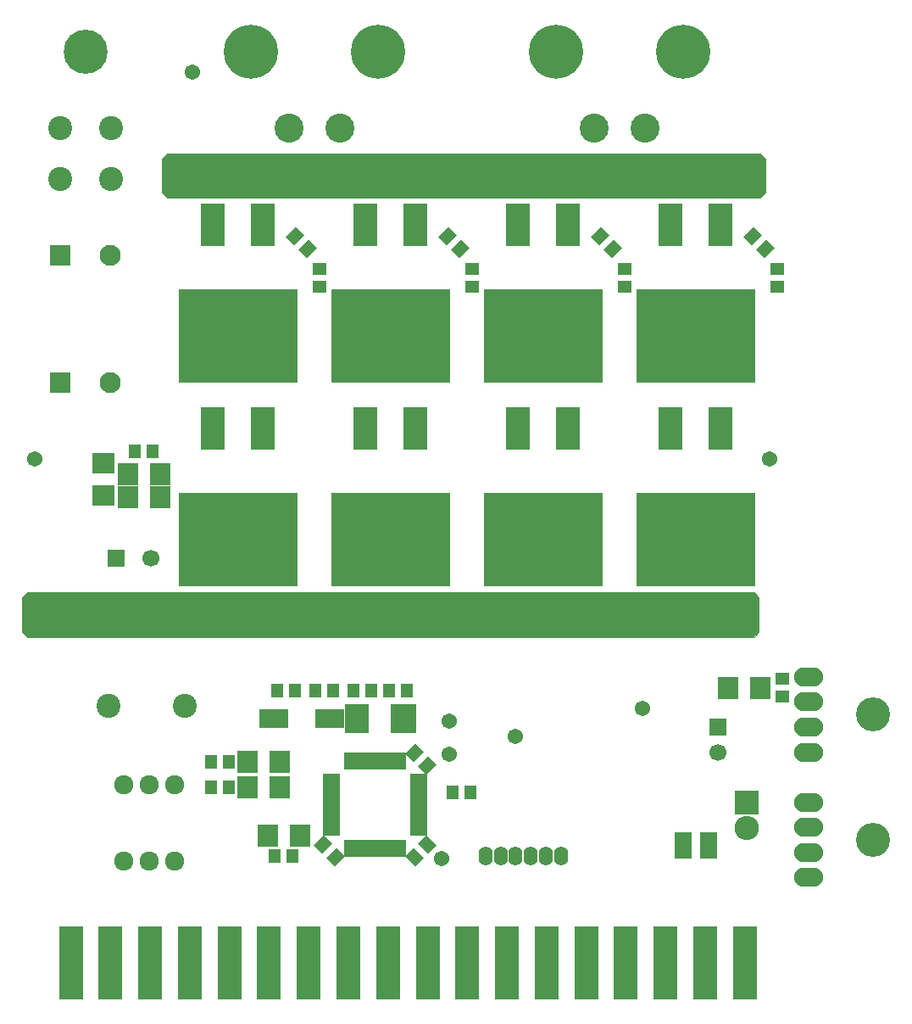
<source format=gbr>
G04 #@! TF.FileFunction,Soldermask,Top*
%FSLAX46Y46*%
G04 Gerber Fmt 4.6, Leading zero omitted, Abs format (unit mm)*
G04 Created by KiCad (PCBNEW 4.0.3-stable) date 09/16/16 16:21:31*
%MOMM*%
%LPD*%
G01*
G04 APERTURE LIST*
%ADD10C,0.100000*%
%ADD11R,3.000000X1.900000*%
%ADD12R,0.650000X1.700000*%
%ADD13R,1.700000X0.650000*%
%ADD14C,1.700000*%
%ADD15R,1.700000X1.700000*%
%ADD16O,2.900000X1.900000*%
%ADD17C,3.400000*%
%ADD18R,2.398980X4.199840*%
%ADD19R,11.901120X9.399220*%
%ADD20R,2.000000X2.200000*%
%ADD21R,2.432000X2.432000*%
%ADD22O,2.432000X2.432000*%
%ADD23C,2.400000*%
%ADD24C,4.400000*%
%ADD25R,2.600000X3.000000*%
%ADD26R,2.400000X3.000000*%
%ADD27R,1.200000X1.400000*%
%ADD28R,1.400000X1.200000*%
%ADD29C,2.900000*%
%ADD30C,5.400000*%
%ADD31R,2.200000X2.000000*%
%ADD32R,2.400000X7.400000*%
%ADD33R,1.670000X1.365200*%
%ADD34O,1.400000X1.924000*%
%ADD35C,1.924000*%
%ADD36C,2.100000*%
%ADD37R,2.100000X2.100000*%
%ADD38C,1.543000*%
%ADD39C,0.026000*%
G04 APERTURE END LIST*
D10*
D11*
X36570000Y-71628000D03*
X42170000Y-71628000D03*
D12*
X49486000Y-75914000D03*
X48986000Y-75914000D03*
X48486000Y-75914000D03*
X47986000Y-75914000D03*
X47486000Y-75914000D03*
X46986000Y-75914000D03*
X46486000Y-75914000D03*
X45986000Y-75914000D03*
X45486000Y-75914000D03*
X44986000Y-75914000D03*
X44486000Y-75914000D03*
X43986000Y-75914000D03*
D13*
X42386000Y-77514000D03*
X42386000Y-78014000D03*
X42386000Y-78514000D03*
X42386000Y-79014000D03*
X42386000Y-79514000D03*
X42386000Y-80014000D03*
X42386000Y-80514000D03*
X42386000Y-81014000D03*
X42386000Y-81514000D03*
X42386000Y-82014000D03*
X42386000Y-82514000D03*
X42386000Y-83014000D03*
D12*
X43986000Y-84614000D03*
X44486000Y-84614000D03*
X44986000Y-84614000D03*
X45486000Y-84614000D03*
X45986000Y-84614000D03*
X46486000Y-84614000D03*
X46986000Y-84614000D03*
X47486000Y-84614000D03*
X47986000Y-84614000D03*
X48486000Y-84614000D03*
X48986000Y-84614000D03*
X49486000Y-84614000D03*
D13*
X51086000Y-83014000D03*
X51086000Y-82514000D03*
X51086000Y-82014000D03*
X51086000Y-81514000D03*
X51086000Y-81014000D03*
X51086000Y-80514000D03*
X51086000Y-80014000D03*
X51086000Y-79514000D03*
X51086000Y-79014000D03*
X51086000Y-78514000D03*
X51086000Y-78014000D03*
X51086000Y-77514000D03*
D14*
X81000000Y-75000000D03*
D15*
X81000000Y-72500000D03*
D16*
X90000000Y-87500000D03*
X90000000Y-85000000D03*
X90000000Y-82500000D03*
X90000000Y-80000000D03*
D17*
X96500000Y-83750000D03*
D18*
X65999360Y-42710100D03*
X61000640Y-42710100D03*
D19*
X63500000Y-53809900D03*
D18*
X35519360Y-42710100D03*
X30520640Y-42710100D03*
D19*
X33020000Y-53809900D03*
D20*
X37160000Y-78486000D03*
X33960000Y-78486000D03*
D21*
X83820000Y-80010000D03*
D22*
X83820000Y-82550000D03*
D18*
X50759360Y-42710100D03*
X45760640Y-42710100D03*
D19*
X48260000Y-53809900D03*
D18*
X50759360Y-22390100D03*
X45760640Y-22390100D03*
D19*
X48260000Y-33489900D03*
D18*
X35519360Y-22390100D03*
X30520640Y-22390100D03*
D19*
X33020000Y-33489900D03*
D18*
X81239360Y-42710100D03*
X76240640Y-42710100D03*
D19*
X78740000Y-53809900D03*
D18*
X81239360Y-22390100D03*
X76240640Y-22390100D03*
D19*
X78740000Y-33489900D03*
D18*
X65999360Y-22390100D03*
X61000640Y-22390100D03*
D19*
X63500000Y-33489900D03*
D23*
X20320000Y-12700000D03*
X20320000Y-17780000D03*
X15240000Y-12700000D03*
X15240000Y-17780000D03*
D24*
X17780000Y-5080000D03*
D20*
X22022000Y-49530000D03*
X25222000Y-49530000D03*
X22022000Y-47244000D03*
X25222000Y-47244000D03*
D25*
X49544000Y-71628000D03*
D26*
X44944000Y-71628000D03*
D27*
X36946000Y-68834000D03*
X38746000Y-68834000D03*
X49922000Y-68834000D03*
X48122000Y-68834000D03*
X44566000Y-68834000D03*
X46366000Y-68834000D03*
D10*
G36*
X50742315Y-86391635D02*
X49752365Y-85401685D01*
X50600893Y-84553157D01*
X51590843Y-85543107D01*
X50742315Y-86391635D01*
X50742315Y-86391635D01*
G37*
G36*
X52015107Y-85118843D02*
X51025157Y-84128893D01*
X51873685Y-83280365D01*
X52863635Y-84270315D01*
X52015107Y-85118843D01*
X52015107Y-85118843D01*
G37*
G36*
X40608365Y-84270315D02*
X41598315Y-83280365D01*
X42446843Y-84128893D01*
X41456893Y-85118843D01*
X40608365Y-84270315D01*
X40608365Y-84270315D01*
G37*
G36*
X41881157Y-85543107D02*
X42871107Y-84553157D01*
X43719635Y-85401685D01*
X42729685Y-86391635D01*
X41881157Y-85543107D01*
X41881157Y-85543107D01*
G37*
D27*
X40756000Y-68834000D03*
X42556000Y-68834000D03*
X56272000Y-78994000D03*
X54472000Y-78994000D03*
X32142000Y-78486000D03*
X30342000Y-78486000D03*
D28*
X56388000Y-26786000D03*
X56388000Y-28586000D03*
X41148000Y-26786000D03*
X41148000Y-28586000D03*
X86868000Y-26786000D03*
X86868000Y-28586000D03*
X71628000Y-26786000D03*
X71628000Y-28586000D03*
D10*
G36*
X52863635Y-76257685D02*
X51873685Y-77247635D01*
X51025157Y-76399107D01*
X52015107Y-75409157D01*
X52863635Y-76257685D01*
X52863635Y-76257685D01*
G37*
G36*
X51590843Y-74984893D02*
X50600893Y-75974843D01*
X49752365Y-75126315D01*
X50742315Y-74136365D01*
X51590843Y-74984893D01*
X51590843Y-74984893D01*
G37*
G36*
X56165635Y-24695685D02*
X55175685Y-25685635D01*
X54327157Y-24837107D01*
X55317107Y-23847157D01*
X56165635Y-24695685D01*
X56165635Y-24695685D01*
G37*
G36*
X54892843Y-23422893D02*
X53902893Y-24412843D01*
X53054365Y-23564315D01*
X54044315Y-22574365D01*
X54892843Y-23422893D01*
X54892843Y-23422893D01*
G37*
G36*
X40925635Y-24695685D02*
X39935685Y-25685635D01*
X39087157Y-24837107D01*
X40077107Y-23847157D01*
X40925635Y-24695685D01*
X40925635Y-24695685D01*
G37*
G36*
X39652843Y-23422893D02*
X38662893Y-24412843D01*
X37814365Y-23564315D01*
X38804315Y-22574365D01*
X39652843Y-23422893D01*
X39652843Y-23422893D01*
G37*
G36*
X86645635Y-24695685D02*
X85655685Y-25685635D01*
X84807157Y-24837107D01*
X85797107Y-23847157D01*
X86645635Y-24695685D01*
X86645635Y-24695685D01*
G37*
G36*
X85372843Y-23422893D02*
X84382893Y-24412843D01*
X83534365Y-23564315D01*
X84524315Y-22574365D01*
X85372843Y-23422893D01*
X85372843Y-23422893D01*
G37*
G36*
X71405635Y-24695685D02*
X70415685Y-25685635D01*
X69567157Y-24837107D01*
X70557107Y-23847157D01*
X71405635Y-24695685D01*
X71405635Y-24695685D01*
G37*
G36*
X70132843Y-23422893D02*
X69142893Y-24412843D01*
X68294365Y-23564315D01*
X69284315Y-22574365D01*
X70132843Y-23422893D01*
X70132843Y-23422893D01*
G37*
D29*
X43180000Y-12700000D03*
X38100000Y-12700000D03*
D30*
X46990000Y-5080000D03*
X34290000Y-5080000D03*
D29*
X73660000Y-12700000D03*
X68580000Y-12700000D03*
D30*
X77470000Y-5080000D03*
X64770000Y-5080000D03*
D16*
X90000000Y-75000000D03*
X90000000Y-72500000D03*
X90000000Y-70000000D03*
X90000000Y-67500000D03*
D17*
X96500000Y-71250000D03*
D20*
X39192000Y-83312000D03*
X35992000Y-83312000D03*
X81966000Y-68580000D03*
X85166000Y-68580000D03*
D31*
X19558000Y-49352000D03*
X19558000Y-46152000D03*
D27*
X36692000Y-85344000D03*
X38492000Y-85344000D03*
D28*
X87376000Y-67680000D03*
X87376000Y-69480000D03*
D27*
X22722000Y-44958000D03*
X24522000Y-44958000D03*
D32*
X16340000Y-96000000D03*
X20300000Y-96000000D03*
X24260000Y-96000000D03*
X28220000Y-96000000D03*
X32180000Y-96000000D03*
X36140000Y-96000000D03*
X40100000Y-96000000D03*
X44060000Y-96000000D03*
X48020000Y-96000000D03*
X51980000Y-96000000D03*
X55940000Y-96000000D03*
X59900000Y-96000000D03*
X63860000Y-96000000D03*
X67820000Y-96000000D03*
X71780000Y-96000000D03*
X75740000Y-96000000D03*
X79700000Y-96000000D03*
X83660000Y-96000000D03*
D33*
X77470000Y-83693000D03*
X77470000Y-84963000D03*
X80010000Y-83693000D03*
X80010000Y-84963000D03*
D34*
X65278000Y-85344000D03*
X63778000Y-85344000D03*
X62278000Y-85344000D03*
X60778000Y-85344000D03*
X59278000Y-85344000D03*
X57778000Y-85344000D03*
D35*
X26670000Y-78232000D03*
X24130000Y-78232000D03*
X21590000Y-78232000D03*
X21590000Y-85852000D03*
X24130000Y-85852000D03*
X26670000Y-85852000D03*
D36*
X20240000Y-25400000D03*
D37*
X15240000Y-25400000D03*
D36*
X20240000Y-38100000D03*
D37*
X15240000Y-38100000D03*
D14*
X24328000Y-55626000D03*
D15*
X20828000Y-55626000D03*
D38*
X54102000Y-71882000D03*
X60706000Y-73406000D03*
X73406000Y-70612000D03*
X53340000Y-85598000D03*
X54102000Y-75184000D03*
X12700000Y-45720000D03*
X28448000Y-7112000D03*
X86106000Y-45720000D03*
D23*
X20076160Y-70358000D03*
X27675840Y-70358000D03*
D20*
X37160000Y-75946000D03*
X33960000Y-75946000D03*
D27*
X32142000Y-75946000D03*
X30342000Y-75946000D03*
D39*
G36*
X85712000Y-15745384D02*
X85712000Y-19179616D01*
X85219616Y-19672000D01*
X25905384Y-19672000D01*
X25413000Y-19179616D01*
X25413000Y-15745384D01*
X25905384Y-15253000D01*
X85219616Y-15253000D01*
X85712000Y-15745384D01*
X85712000Y-15745384D01*
G37*
X85712000Y-15745384D02*
X85712000Y-19179616D01*
X85219616Y-19672000D01*
X25905384Y-19672000D01*
X25413000Y-19179616D01*
X25413000Y-15745384D01*
X25905384Y-15253000D01*
X85219616Y-15253000D01*
X85712000Y-15745384D01*
G36*
X85077000Y-59560384D02*
X85077000Y-62994616D01*
X84584616Y-63487000D01*
X11935384Y-63487000D01*
X11443000Y-62994616D01*
X11443000Y-59560384D01*
X11935384Y-59068000D01*
X84584616Y-59068000D01*
X85077000Y-59560384D01*
X85077000Y-59560384D01*
G37*
X85077000Y-59560384D02*
X85077000Y-62994616D01*
X84584616Y-63487000D01*
X11935384Y-63487000D01*
X11443000Y-62994616D01*
X11443000Y-59560384D01*
X11935384Y-59068000D01*
X84584616Y-59068000D01*
X85077000Y-59560384D01*
M02*

</source>
